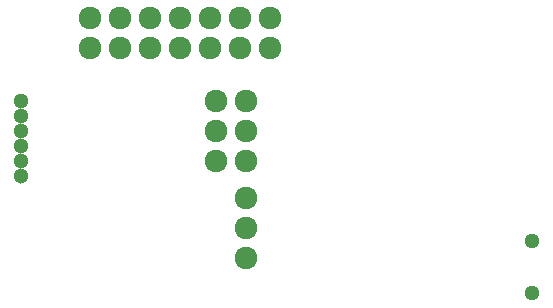
<source format=gbs>
G04 #@! TF.FileFunction,Soldermask,Bot*
%FSLAX46Y46*%
G04 Gerber Fmt 4.6, Leading zero omitted, Abs format (unit mm)*
G04 Created by KiCad (PCBNEW (2015-10-22 BZR 6274, Git d63c017)-product) date Sat Oct 24 14:44:23 2015*
%MOMM*%
G01*
G04 APERTURE LIST*
%ADD10C,0.100000*%
%ADD11C,1.299160*%
%ADD12C,1.300000*%
%ADD13C,1.924000*%
G04 APERTURE END LIST*
D10*
D11*
X161399100Y-122949640D03*
X161399100Y-118550360D03*
D12*
X118110000Y-106680000D03*
X118110000Y-107950000D03*
X118110000Y-109220000D03*
X118110000Y-110490000D03*
X118110000Y-111760000D03*
X118110000Y-113030000D03*
D13*
X139192000Y-99695000D03*
X139192000Y-102235000D03*
X136652000Y-99695000D03*
X136652000Y-102235000D03*
X134112000Y-99695000D03*
X134112000Y-102235000D03*
X131572000Y-99695000D03*
X131572000Y-102235000D03*
X129032000Y-99695000D03*
X129032000Y-102235000D03*
X126492000Y-99695000D03*
X126492000Y-102235000D03*
X123952000Y-99695000D03*
X123952000Y-102235000D03*
X134620000Y-111760000D03*
X134620000Y-109220000D03*
X134620000Y-106680000D03*
X137160000Y-106680000D03*
X137160000Y-109220000D03*
X137160000Y-111760000D03*
X137160000Y-120015000D03*
X137160000Y-117475000D03*
X137160000Y-114935000D03*
M02*

</source>
